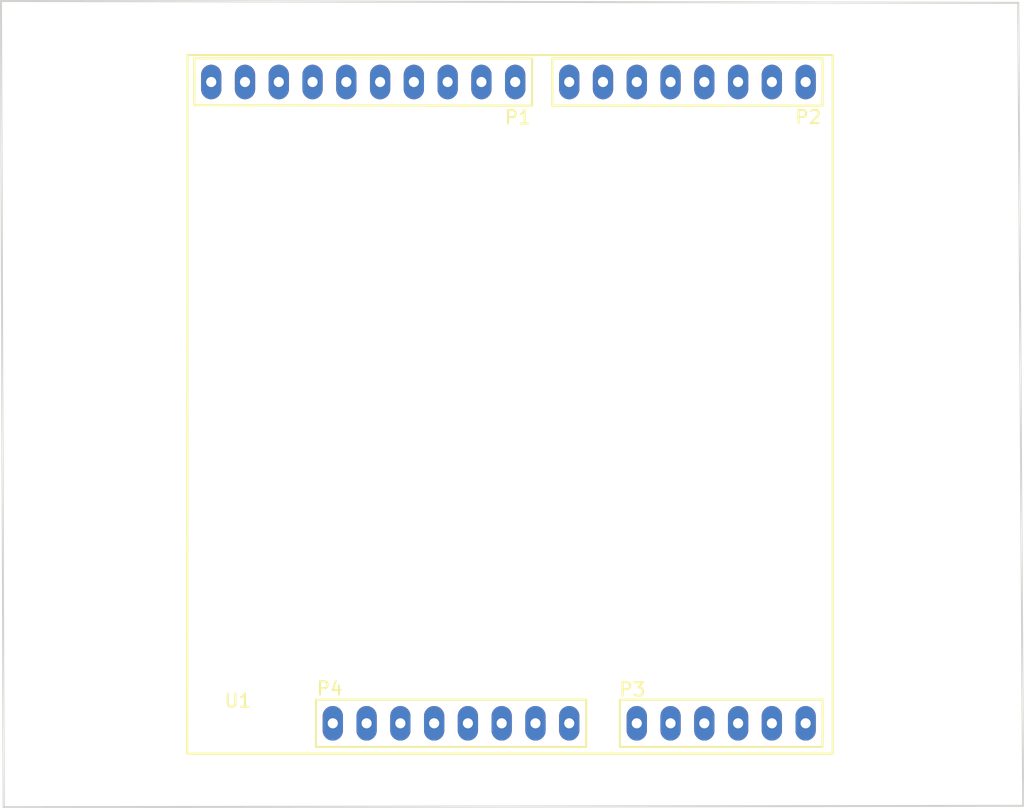
<source format=kicad_pcb>
(kicad_pcb (version 4) (host pcbnew 4.0.5-e0-6337~49~ubuntu16.04.1)

  (general
    (links 0)
    (no_connects 0)
    (area 91.911099 43.943199 168.934201 104.761101)
    (thickness 1.6)
    (drawings 4)
    (tracks 0)
    (zones 0)
    (modules 1)
    (nets 1)
  )

  (page A4)
  (layers
    (0 F.Cu signal)
    (31 B.Cu signal)
    (32 B.Adhes user)
    (33 F.Adhes user)
    (34 B.Paste user)
    (35 F.Paste user)
    (36 B.SilkS user)
    (37 F.SilkS user)
    (38 B.Mask user)
    (39 F.Mask user)
    (40 Dwgs.User user)
    (41 Cmts.User user)
    (42 Eco1.User user)
    (43 Eco2.User user)
    (44 Edge.Cuts user)
    (45 Margin user)
    (46 B.CrtYd user)
    (47 F.CrtYd user)
    (48 B.Fab user)
    (49 F.Fab user)
  )

  (setup
    (last_trace_width 0.25)
    (trace_clearance 0.2)
    (zone_clearance 0.508)
    (zone_45_only no)
    (trace_min 0.2)
    (segment_width 0.2)
    (edge_width 0.15)
    (via_size 0.6)
    (via_drill 0.4)
    (via_min_size 0.4)
    (via_min_drill 0.3)
    (uvia_size 0.3)
    (uvia_drill 0.1)
    (uvias_allowed no)
    (uvia_min_size 0.2)
    (uvia_min_drill 0.1)
    (pcb_text_width 0.3)
    (pcb_text_size 1.5 1.5)
    (mod_edge_width 0.15)
    (mod_text_size 1 1)
    (mod_text_width 0.15)
    (pad_size 1.524 1.524)
    (pad_drill 0.762)
    (pad_to_mask_clearance 0.2)
    (aux_axis_origin 0 0)
    (visible_elements FFFFFF7F)
    (pcbplotparams
      (layerselection 0x00000_00000001)
      (usegerberextensions false)
      (excludeedgelayer false)
      (linewidth 0.100000)
      (plotframeref false)
      (viasonmask false)
      (mode 1)
      (useauxorigin false)
      (hpglpennumber 1)
      (hpglpenspeed 20)
      (hpglpendiameter 15)
      (hpglpenoverlay 2)
      (psnegative false)
      (psa4output false)
      (plotreference true)
      (plotvalue true)
      (plotinvisibletext false)
      (padsonsilk false)
      (subtractmaskfromsilk false)
      (outputformat 5)
      (mirror true)
      (drillshape 2)
      (scaleselection 1)
      (outputdirectory mfg))
  )

  (net 0 "")

  (net_class Default "This is the default net class."
    (clearance 0.2)
    (trace_width 0.25)
    (via_dia 0.6)
    (via_drill 0.4)
    (uvia_dia 0.3)
    (uvia_drill 0.1)
  )

  (module Connect:ArduinoUnoR3 (layer F.Cu) (tedit 58979EE0) (tstamp 5897AD0B)
    (at 107.7976 50.1142)
    (path /5897B6F2)
    (fp_text reference U1 (at 2.0066 46.5582) (layer F.SilkS)
      (effects (font (size 1 1) (thickness 0.15)))
    )
    (fp_text value ArduinoUnoR3 (at 4.826 2.7432) (layer F.Fab)
      (effects (font (size 1 1) (thickness 0.15)))
    )
    (fp_line (start -1.8034 50.546) (end -1.778 -2.032) (layer F.SilkS) (width 0.15))
    (fp_line (start 46.736 50.546) (end -1.8034 50.546) (layer F.SilkS) (width 0.15))
    (fp_line (start 46.736 -2.032) (end 46.736 50.546) (layer F.SilkS) (width 0.15))
    (fp_line (start -1.778 -2.032) (end 46.736 -2.032) (layer F.SilkS) (width 0.15))
    (fp_text user P4 (at 8.9154 45.6438) (layer F.SilkS)
      (effects (font (size 1 1) (thickness 0.15)))
    )
    (fp_line (start 28.194 46.482) (end 7.874 46.482) (layer F.SilkS) (width 0.15))
    (fp_line (start 28.194 50.038) (end 28.194 46.482) (layer F.SilkS) (width 0.15))
    (fp_line (start 7.874 50.038) (end 28.194 50.038) (layer F.SilkS) (width 0.15))
    (fp_line (start 7.874 46.482) (end 7.874 50.038) (layer F.SilkS) (width 0.15))
    (fp_text user P3 (at 31.6738 45.72) (layer F.SilkS)
      (effects (font (size 1 1) (thickness 0.15)))
    )
    (fp_line (start 30.734 50.038) (end 45.974 50.038) (layer F.SilkS) (width 0.15))
    (fp_line (start 30.734 46.482) (end 30.734 50.038) (layer F.SilkS) (width 0.15))
    (fp_line (start 45.974 46.482) (end 30.734 46.482) (layer F.SilkS) (width 0.15))
    (fp_line (start 45.974 50.038) (end 45.974 46.482) (layer F.SilkS) (width 0.15))
    (fp_text user P2 (at 44.9072 2.6416) (layer F.SilkS)
      (effects (font (size 1 1) (thickness 0.15)))
    )
    (fp_line (start 45.974 -1.778) (end 25.654 -1.778) (layer F.SilkS) (width 0.15))
    (fp_line (start 45.974 1.778) (end 45.974 -1.778) (layer F.SilkS) (width 0.15))
    (fp_line (start 25.654 1.778) (end 45.974 1.778) (layer F.SilkS) (width 0.15))
    (fp_line (start 25.654 -1.778) (end 25.654 1.778) (layer F.SilkS) (width 0.15))
    (fp_text user P1 (at 23.0632 2.667) (layer F.SilkS)
      (effects (font (size 1 1) (thickness 0.15)))
    )
    (fp_line (start 24.13 -1.778) (end -1.27 -1.778) (layer F.SilkS) (width 0.15))
    (fp_line (start 24.13 1.778) (end 24.13 -1.778) (layer F.SilkS) (width 0.15))
    (fp_line (start -1.27 1.7526) (end 24.13 1.778) (layer F.SilkS) (width 0.15))
    (fp_line (start -1.27 -1.778) (end -1.27 1.7526) (layer F.SilkS) (width 0.15))
    (pad 1 thru_hole oval (at 0 0) (size 1.524 2.6) (drill 0.762) (layers *.Cu *.Mask))
    (pad 2 thru_hole oval (at 2.54 0) (size 1.524 2.6) (drill 0.762) (layers *.Cu *.Mask))
    (pad 3 thru_hole oval (at 5.08 0) (size 1.524 2.6) (drill 0.762) (layers *.Cu *.Mask))
    (pad 4 thru_hole oval (at 7.62 0) (size 1.524 2.6) (drill 0.762) (layers *.Cu *.Mask))
    (pad 5 thru_hole oval (at 10.16 0) (size 1.524 2.6) (drill 0.762) (layers *.Cu *.Mask))
    (pad 6 thru_hole oval (at 12.7 0) (size 1.524 2.6) (drill 0.762) (layers *.Cu *.Mask))
    (pad 7 thru_hole oval (at 15.24 0) (size 1.524 2.6) (drill 0.762) (layers *.Cu *.Mask))
    (pad 8 thru_hole oval (at 17.78 0) (size 1.524 2.6) (drill 0.762) (layers *.Cu *.Mask))
    (pad 9 thru_hole oval (at 20.32 0) (size 1.524 2.6) (drill 0.762) (layers *.Cu *.Mask))
    (pad 10 thru_hole oval (at 22.86 0) (size 1.524 2.6) (drill 0.762) (layers *.Cu *.Mask))
    (pad 11 thru_hole oval (at 26.924 0) (size 1.524 2.6) (drill 0.762) (layers *.Cu *.Mask))
    (pad 12 thru_hole oval (at 29.464 0) (size 1.524 2.6) (drill 0.762) (layers *.Cu *.Mask))
    (pad 13 thru_hole oval (at 32.004 0) (size 1.524 2.6) (drill 0.762) (layers *.Cu *.Mask))
    (pad 14 thru_hole oval (at 34.544 0) (size 1.524 2.6) (drill 0.762) (layers *.Cu *.Mask))
    (pad 15 thru_hole oval (at 37.084 0) (size 1.524 2.6) (drill 0.762) (layers *.Cu *.Mask))
    (pad 16 thru_hole oval (at 39.624 0) (size 1.524 2.6) (drill 0.762) (layers *.Cu *.Mask))
    (pad 17 thru_hole oval (at 42.164 0) (size 1.524 2.6) (drill 0.762) (layers *.Cu *.Mask))
    (pad 18 thru_hole oval (at 44.704 0) (size 1.524 2.6) (drill 0.762) (layers *.Cu *.Mask))
    (pad 21 thru_hole oval (at 39.624 48.26) (size 1.524 2.6) (drill 0.762) (layers *.Cu *.Mask))
    (pad 20 thru_hole oval (at 42.164 48.26) (size 1.524 2.6) (drill 0.762) (layers *.Cu *.Mask))
    (pad 19 thru_hole oval (at 44.704 48.26) (size 1.524 2.6) (drill 0.762) (layers *.Cu *.Mask))
    (pad 22 thru_hole oval (at 37.084 48.26) (size 1.524 2.6) (drill 0.762) (layers *.Cu *.Mask))
    (pad 23 thru_hole oval (at 34.544 48.26) (size 1.524 2.6) (drill 0.762) (layers *.Cu *.Mask))
    (pad 24 thru_hole oval (at 32.004 48.26) (size 1.524 2.6) (drill 0.762) (layers *.Cu *.Mask))
    (pad 25 thru_hole oval (at 26.924 48.26) (size 1.524 2.6) (drill 0.762) (layers *.Cu *.Mask))
    (pad 26 thru_hole oval (at 24.384 48.26) (size 1.524 2.6) (drill 0.762) (layers *.Cu *.Mask))
    (pad 27 thru_hole oval (at 21.844 48.26) (size 1.524 2.6) (drill 0.762) (layers *.Cu *.Mask))
    (pad 28 thru_hole oval (at 19.304 48.26) (size 1.524 2.6) (drill 0.762) (layers *.Cu *.Mask))
    (pad 29 thru_hole oval (at 16.764 48.26) (size 1.524 2.6) (drill 0.762) (layers *.Cu *.Mask))
    (pad 30 thru_hole oval (at 14.224 48.26) (size 1.524 2.6) (drill 0.762) (layers *.Cu *.Mask))
    (pad 31 thru_hole oval (at 11.684 48.26) (size 1.524 2.6) (drill 0.762) (layers *.Cu *.Mask))
    (pad 32 thru_hole oval (at 9.144 48.26) (size 1.524 2.6) (drill 0.762) (layers *.Cu *.Mask))
  )

  (gr_line (start 92.1893 104.6861) (end 91.9861 44.0182) (layer Edge.Cuts) (width 0.15))
  (gr_line (start 168.8592 104.5845) (end 92.1893 104.6861) (layer Edge.Cuts) (width 0.15))
  (gr_line (start 168.4909 44.1579) (end 168.8592 104.5845) (layer Edge.Cuts) (width 0.15))
  (gr_line (start 91.9861 44.0182) (end 168.4909 44.1579) (layer Edge.Cuts) (width 0.15))

)

</source>
